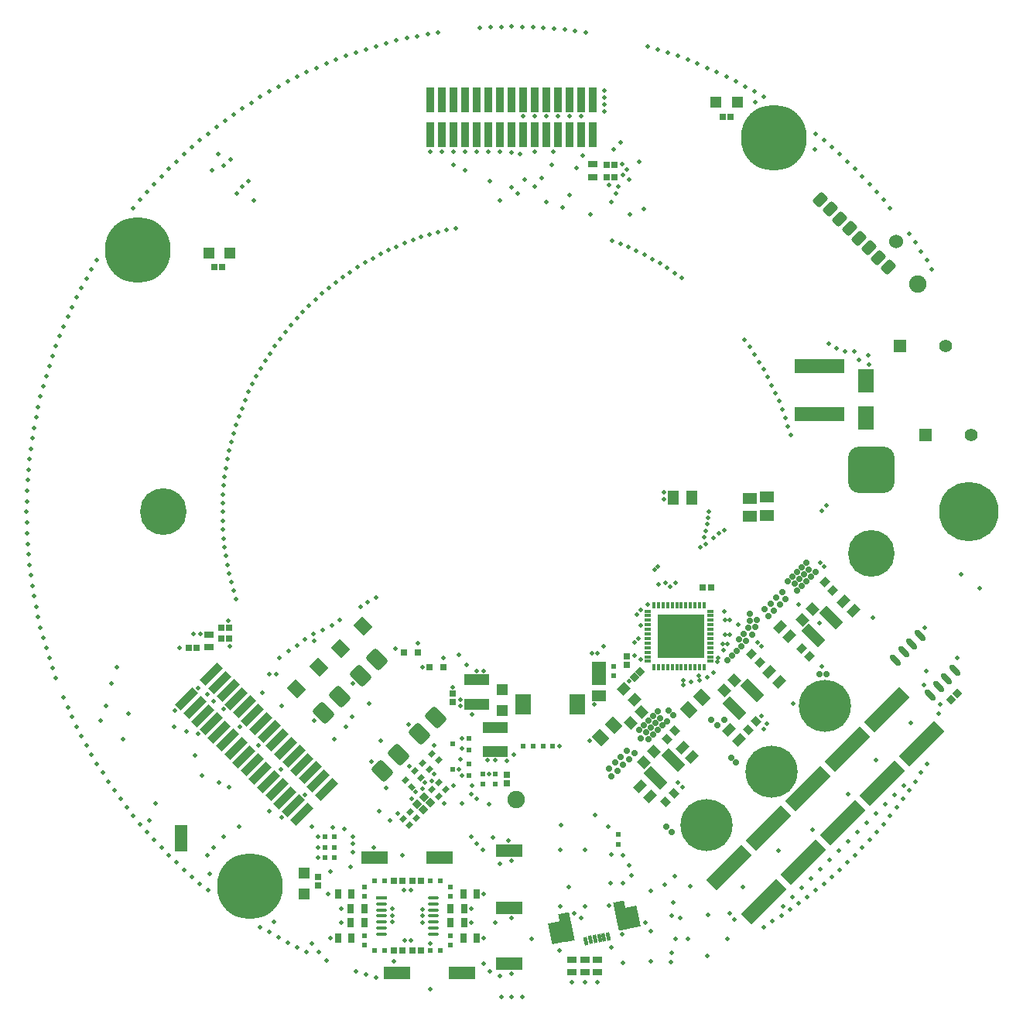
<source format=gts>
G04*
G04 #@! TF.GenerationSoftware,Altium Limited,Altium Designer,24.1.2 (44)*
G04*
G04 Layer_Color=8388736*
%FSLAX44Y44*%
%MOMM*%
G71*
G04*
G04 #@! TF.SameCoordinates,C067CD15-9508-4875-9725-B3D5D2F0FA69*
G04*
G04*
G04 #@! TF.FilePolarity,Negative*
G04*
G01*
G75*
G04:AMPARAMS|DCode=30|XSize=0.9mm|YSize=0.8mm|CornerRadius=0mm|HoleSize=0mm|Usage=FLASHONLY|Rotation=315.000|XOffset=0mm|YOffset=0mm|HoleType=Round|Shape=Rectangle|*
%AMROTATEDRECTD30*
4,1,4,-0.6010,0.0354,-0.0354,0.6010,0.6010,-0.0354,0.0354,-0.6010,-0.6010,0.0354,0.0*
%
%ADD30ROTATEDRECTD30*%

G04:AMPARAMS|DCode=31|XSize=1.25mm|YSize=0.95mm|CornerRadius=0mm|HoleSize=0mm|Usage=FLASHONLY|Rotation=225.000|XOffset=0mm|YOffset=0mm|HoleType=Round|Shape=Rectangle|*
%AMROTATEDRECTD31*
4,1,4,0.1061,0.7778,0.7778,0.1061,-0.1061,-0.7778,-0.7778,-0.1061,0.1061,0.7778,0.0*
%
%ADD31ROTATEDRECTD31*%

G04:AMPARAMS|DCode=32|XSize=0.9mm|YSize=0.8mm|CornerRadius=0mm|HoleSize=0mm|Usage=FLASHONLY|Rotation=45.000|XOffset=0mm|YOffset=0mm|HoleType=Round|Shape=Rectangle|*
%AMROTATEDRECTD32*
4,1,4,-0.0354,-0.6010,-0.6010,-0.0354,0.0354,0.6010,0.6010,0.0354,-0.0354,-0.6010,0.0*
%
%ADD32ROTATEDRECTD32*%

G04:AMPARAMS|DCode=33|XSize=1.55mm|YSize=0.6mm|CornerRadius=0mm|HoleSize=0mm|Usage=FLASHONLY|Rotation=135.000|XOffset=0mm|YOffset=0mm|HoleType=Round|Shape=Round|*
%AMOVALD33*
21,1,0.9500,0.6000,0.0000,0.0000,135.0*
1,1,0.6000,0.3359,-0.3359*
1,1,0.6000,-0.3359,0.3359*
%
%ADD33OVALD33*%

%ADD39R,1.4000X3.0000*%
%ADD46R,0.8000X0.8000*%
%ADD47R,0.9800X0.7700*%
G04:AMPARAMS|DCode=51|XSize=2.6mm|YSize=1.1mm|CornerRadius=0mm|HoleSize=0mm|Usage=FLASHONLY|Rotation=135.000|XOffset=0mm|YOffset=0mm|HoleType=Round|Shape=Rectangle|*
%AMROTATEDRECTD51*
4,1,4,1.3082,-0.5303,0.5303,-1.3082,-1.3082,0.5303,-0.5303,1.3082,1.3082,-0.5303,0.0*
%
%ADD51ROTATEDRECTD51*%

%ADD56R,1.2500X0.3500*%
%ADD57O,1.2500X0.3500*%
%ADD69R,3.0000X1.4000*%
G04:AMPARAMS|DCode=70|XSize=0.4mm|YSize=0.9mm|CornerRadius=0mm|HoleSize=0mm|Usage=FLASHONLY|Rotation=191.500|XOffset=0mm|YOffset=0mm|HoleType=Round|Shape=Rectangle|*
%AMROTATEDRECTD70*
4,1,4,0.1063,0.4808,0.2857,-0.4011,-0.1063,-0.4808,-0.2857,0.4011,0.1063,0.4808,0.0*
%
%ADD70ROTATEDRECTD70*%

G04:AMPARAMS|DCode=71|XSize=1.2mm|YSize=3.15mm|CornerRadius=0mm|HoleSize=0mm|Usage=FLASHONLY|Rotation=191.500|XOffset=0mm|YOffset=0mm|HoleType=Round|Shape=Rectangle|*
%AMROTATEDRECTD71*
4,1,4,0.2740,1.6630,0.9020,-1.4238,-0.2740,-1.6630,-0.9020,1.4238,0.2740,1.6630,0.0*
%
%ADD71ROTATEDRECTD71*%

%ADD72R,0.6000X0.5750*%
G04:AMPARAMS|DCode=73|XSize=1.6mm|YSize=1.35mm|CornerRadius=0mm|HoleSize=0mm|Usage=FLASHONLY|Rotation=135.000|XOffset=0mm|YOffset=0mm|HoleType=Round|Shape=Rectangle|*
%AMROTATEDRECTD73*
4,1,4,1.0430,-0.0884,0.0884,-1.0430,-1.0430,0.0884,-0.0884,1.0430,1.0430,-0.0884,0.0*
%
%ADD73ROTATEDRECTD73*%

%ADD74R,5.5000X1.6000*%
%ADD75R,5.1150X4.7400*%
%ADD76R,0.7400X0.3800*%
%ADD77R,0.3800X0.7400*%
%ADD78R,0.6000X0.6000*%
%ADD79R,1.8000X2.6000*%
%ADD80R,1.2500X1.2500*%
%ADD81R,0.7500X1.0000*%
%ADD82R,1.6000X2.5000*%
%ADD83R,1.6000X1.1500*%
G04:AMPARAMS|DCode=84|XSize=2.1mm|YSize=1.6mm|CornerRadius=0.3125mm|HoleSize=0mm|Usage=FLASHONLY|Rotation=135.000|XOffset=0mm|YOffset=0mm|HoleType=Round|Shape=RoundedRectangle|*
%AMROUNDEDRECTD84*
21,1,2.1000,0.9750,0,0,135.0*
21,1,1.4750,1.6000,0,0,135.0*
1,1,0.6250,-0.1768,0.8662*
1,1,0.6250,0.8662,-0.1768*
1,1,0.6250,0.1768,-0.8662*
1,1,0.6250,-0.8662,0.1768*
%
%ADD84ROUNDEDRECTD84*%
%ADD85R,1.7000X2.3000*%
G04:AMPARAMS|DCode=86|XSize=0.9mm|YSize=2.72mm|CornerRadius=0mm|HoleSize=0mm|Usage=FLASHONLY|Rotation=315.000|XOffset=0mm|YOffset=0mm|HoleType=Round|Shape=Rectangle|*
%AMROTATEDRECTD86*
4,1,4,-1.2799,-0.6435,0.6435,1.2799,1.2799,0.6435,-0.6435,-1.2799,-1.2799,-0.6435,0.0*
%
%ADD86ROTATEDRECTD86*%

%ADD87R,2.7000X1.2000*%
%ADD88R,1.2500X1.5500*%
G04:AMPARAMS|DCode=89|XSize=1mm|YSize=1.1mm|CornerRadius=0mm|HoleSize=0mm|Usage=FLASHONLY|Rotation=135.000|XOffset=0mm|YOffset=0mm|HoleType=Round|Shape=Rectangle|*
%AMROTATEDRECTD89*
4,1,4,0.7425,0.0354,-0.0354,-0.7425,-0.7425,-0.0354,0.0354,0.7425,0.7425,0.0354,0.0*
%
%ADD89ROTATEDRECTD89*%

G04:AMPARAMS|DCode=90|XSize=1.1mm|YSize=1.05mm|CornerRadius=0mm|HoleSize=0mm|Usage=FLASHONLY|Rotation=135.000|XOffset=0mm|YOffset=0mm|HoleType=Round|Shape=Rectangle|*
%AMROTATEDRECTD90*
4,1,4,0.7601,-0.0177,0.0177,-0.7601,-0.7601,0.0177,-0.0177,0.7601,0.7601,-0.0177,0.0*
%
%ADD90ROTATEDRECTD90*%

%ADD91R,0.7200X0.7200*%
%ADD92R,1.5500X1.2500*%
G04:AMPARAMS|DCode=93|XSize=5.5mm|YSize=1.6mm|CornerRadius=0mm|HoleSize=0mm|Usage=FLASHONLY|Rotation=45.000|XOffset=0mm|YOffset=0mm|HoleType=Round|Shape=Rectangle|*
%AMROTATEDRECTD93*
4,1,4,-1.3789,-2.5102,-2.5102,-1.3789,1.3789,2.5102,2.5102,1.3789,-1.3789,-2.5102,0.0*
%
%ADD93ROTATEDRECTD93*%

G04:AMPARAMS|DCode=94|XSize=1.55mm|YSize=1.25mm|CornerRadius=0mm|HoleSize=0mm|Usage=FLASHONLY|Rotation=315.000|XOffset=0mm|YOffset=0mm|HoleType=Round|Shape=Rectangle|*
%AMROTATEDRECTD94*
4,1,4,-0.9900,0.1061,-0.1061,0.9900,0.9900,-0.1061,0.1061,-0.9900,-0.9900,0.1061,0.0*
%
%ADD94ROTATEDRECTD94*%

%ADD95P,1.0182X4X180.0*%
%ADD96R,0.7200X0.7200*%
%ADD97P,1.0182X4X270.0*%
%ADD98R,0.9000X2.7200*%
%ADD99R,0.5750X0.6000*%
%ADD100R,1.2500X1.2500*%
G04:AMPARAMS|DCode=101|XSize=0.6mm|YSize=0.575mm|CornerRadius=0mm|HoleSize=0mm|Usage=FLASHONLY|Rotation=45.000|XOffset=0mm|YOffset=0mm|HoleType=Round|Shape=Rectangle|*
%AMROTATEDRECTD101*
4,1,4,-0.0088,-0.4154,-0.4154,-0.0088,0.0088,0.4154,0.4154,0.0088,-0.0088,-0.4154,0.0*
%
%ADD101ROTATEDRECTD101*%

G04:AMPARAMS|DCode=102|XSize=0.6mm|YSize=0.575mm|CornerRadius=0mm|HoleSize=0mm|Usage=FLASHONLY|Rotation=315.000|XOffset=0mm|YOffset=0mm|HoleType=Round|Shape=Rectangle|*
%AMROTATEDRECTD102*
4,1,4,-0.4154,0.0088,-0.0088,0.4154,0.4154,-0.0088,0.0088,-0.4154,-0.4154,0.0088,0.0*
%
%ADD102ROTATEDRECTD102*%

G04:AMPARAMS|DCode=103|XSize=1.4mm|YSize=2.3mm|CornerRadius=0mm|HoleSize=0mm|Usage=FLASHONLY|Rotation=191.500|XOffset=0mm|YOffset=0mm|HoleType=Round|Shape=Rectangle|*
%AMROTATEDRECTD103*
4,1,4,0.4567,1.2665,0.9152,-0.9874,-0.4567,-1.2665,-0.9152,0.9874,0.4567,1.2665,0.0*
%
%ADD103ROTATEDRECTD103*%

G04:AMPARAMS|DCode=104|XSize=1.4mm|YSize=2.3mm|CornerRadius=0mm|HoleSize=0mm|Usage=FLASHONLY|Rotation=191.500|XOffset=0mm|YOffset=0mm|HoleType=Round|Shape=Rectangle|*
%AMROTATEDRECTD104*
4,1,4,0.4567,1.2665,0.9152,-0.9874,-0.4567,-1.2665,-0.9152,0.9874,0.4567,1.2665,0.0*
%
%ADD104ROTATEDRECTD104*%

%ADD105C,5.1016*%
G04:AMPARAMS|DCode=106|XSize=5.1016mm|YSize=5.1016mm|CornerRadius=1.3008mm|HoleSize=0mm|Usage=FLASHONLY|Rotation=0.000|XOffset=0mm|YOffset=0mm|HoleType=Round|Shape=RoundedRectangle|*
%AMROUNDEDRECTD106*
21,1,5.1016,2.5000,0,0,0.0*
21,1,2.5000,5.1016,0,0,0.0*
1,1,2.6016,1.2500,-1.2500*
1,1,2.6016,-1.2500,-1.2500*
1,1,2.6016,-1.2500,1.2500*
1,1,2.6016,1.2500,1.2500*
%
%ADD106ROUNDEDRECTD106*%
%ADD107C,1.4000*%
%ADD108R,1.4000X1.4000*%
%ADD109C,6.5000*%
%ADD110C,7.2000*%
%ADD111C,5.7016*%
%ADD112C,1.5240*%
%ADD113C,1.9050*%
G04:AMPARAMS|DCode=114|XSize=1.143mm|YSize=1.524mm|CornerRadius=0.2858mm|HoleSize=0mm|Usage=FLASHONLY|Rotation=135.000|XOffset=0mm|YOffset=0mm|HoleType=Round|Shape=RoundedRectangle|*
%AMROUNDEDRECTD114*
21,1,1.1430,0.9525,0,0,135.0*
21,1,0.5715,1.5240,0,0,135.0*
1,1,0.5715,0.1347,0.5388*
1,1,0.5715,0.5388,0.1347*
1,1,0.5715,-0.1347,-0.5388*
1,1,0.5715,-0.5388,-0.1347*
%
%ADD114ROUNDEDRECTD114*%
%ADD115C,0.5080*%
%ADD116C,0.7112*%
D30*
X168301Y-316839D02*
D03*
X177139Y-308001D02*
D03*
X178409Y-239421D02*
D03*
X169571Y-248259D02*
D03*
X258471Y-238099D02*
D03*
X267309Y-229261D02*
D03*
D31*
X140170Y-300190D02*
D03*
X151130Y-311150D02*
D03*
X237490Y-238760D02*
D03*
X248450Y-249720D02*
D03*
X292970Y-125330D02*
D03*
X303930Y-136290D02*
D03*
X197250Y-268370D02*
D03*
X186290Y-257410D02*
D03*
X292500Y-185820D02*
D03*
X281540Y-174860D02*
D03*
X373780Y-108350D02*
D03*
X362820Y-97390D02*
D03*
D32*
X271119Y-164439D02*
D03*
X262281Y-155601D02*
D03*
X316891Y-149251D02*
D03*
X325729Y-158089D02*
D03*
X351129Y-85699D02*
D03*
X342291Y-76861D02*
D03*
D33*
X484682Y-173262D02*
D03*
X475702Y-182242D02*
D03*
X466722Y-191222D02*
D03*
X457742Y-200202D02*
D03*
X419558Y-162019D02*
D03*
X428538Y-153038D02*
D03*
X437518Y-144058D02*
D03*
X446498Y-135078D02*
D03*
D39*
X-361950Y-356870D02*
D03*
D46*
X-102990Y-153670D02*
D03*
X-117990D02*
D03*
X-75050Y-170180D02*
D03*
X-90050D02*
D03*
D47*
X-331470Y-133820D02*
D03*
Y-148120D02*
D03*
X93980Y-503720D02*
D03*
Y-489420D02*
D03*
X80010Y-503720D02*
D03*
Y-489420D02*
D03*
X66040Y-503720D02*
D03*
Y-489420D02*
D03*
X88900Y366230D02*
D03*
Y380530D02*
D03*
D51*
X157480Y-290830D02*
D03*
X176572Y-271738D02*
D03*
X330158Y-134662D02*
D03*
X349250Y-115570D02*
D03*
X243840Y-214630D02*
D03*
X262932Y-195538D02*
D03*
D56*
X-142550Y-422460D02*
D03*
D57*
Y-428960D02*
D03*
Y-435460D02*
D03*
Y-441960D02*
D03*
Y-448460D02*
D03*
Y-454960D02*
D03*
Y-461460D02*
D03*
X-86050Y-422460D02*
D03*
Y-428960D02*
D03*
Y-435460D02*
D03*
Y-441960D02*
D03*
Y-448460D02*
D03*
Y-454960D02*
D03*
Y-461460D02*
D03*
D69*
X-2540Y-494030D02*
D03*
Y-433070D02*
D03*
Y-370840D02*
D03*
X-125730Y-504190D02*
D03*
X-149860Y-378460D02*
D03*
X-54610Y-504190D02*
D03*
X-78740Y-378460D02*
D03*
D70*
X81110Y-469124D02*
D03*
X86010Y-468127D02*
D03*
X90909Y-467130D02*
D03*
X95809Y-466133D02*
D03*
X100708Y-465137D02*
D03*
X105608Y-464140D02*
D03*
D71*
X59633Y-453849D02*
D03*
X119409Y-441688D02*
D03*
D72*
X-67310Y-410165D02*
D03*
Y-420415D02*
D03*
X116840Y-353015D02*
D03*
Y-363265D02*
D03*
X111760Y-168865D02*
D03*
Y-179115D02*
D03*
X-161290Y-463505D02*
D03*
Y-473755D02*
D03*
Y-420415D02*
D03*
Y-410165D02*
D03*
X-67310Y-463505D02*
D03*
Y-473755D02*
D03*
X-31750Y-297225D02*
D03*
Y-286975D02*
D03*
X-17780D02*
D03*
Y-297225D02*
D03*
D73*
X-187458Y-149358D02*
D03*
X-163062Y-124962D02*
D03*
X-211322Y-169412D02*
D03*
X-235718Y-193808D02*
D03*
D74*
X336550Y106850D02*
D03*
Y159850D02*
D03*
D75*
X184760Y-135890D02*
D03*
D76*
X148880Y-163390D02*
D03*
Y-158390D02*
D03*
Y-153390D02*
D03*
Y-148390D02*
D03*
Y-143390D02*
D03*
Y-138390D02*
D03*
Y-133390D02*
D03*
Y-128390D02*
D03*
Y-123390D02*
D03*
Y-118390D02*
D03*
Y-113390D02*
D03*
Y-108390D02*
D03*
X216880D02*
D03*
Y-113390D02*
D03*
X216880Y-118390D02*
D03*
Y-123390D02*
D03*
Y-128390D02*
D03*
Y-133390D02*
D03*
Y-138390D02*
D03*
X216880Y-143390D02*
D03*
Y-148390D02*
D03*
X216880Y-153390D02*
D03*
Y-158390D02*
D03*
Y-163390D02*
D03*
D77*
X155380Y-101890D02*
D03*
X160380D02*
D03*
X165380D02*
D03*
X170380D02*
D03*
X175380D02*
D03*
X180380D02*
D03*
X185380D02*
D03*
X190380D02*
D03*
X195380D02*
D03*
X200380D02*
D03*
X205380D02*
D03*
X210380D02*
D03*
Y-169890D02*
D03*
X205380D02*
D03*
X200380D02*
D03*
X195380Y-169890D02*
D03*
X190380D02*
D03*
X185380Y-169890D02*
D03*
X180380D02*
D03*
X175380D02*
D03*
X170380D02*
D03*
X165380D02*
D03*
X160380Y-169890D02*
D03*
X155380D02*
D03*
D78*
X-64380Y-254000D02*
D03*
X-47380Y-247500D02*
D03*
Y-260500D02*
D03*
X-64380Y-281940D02*
D03*
X-47380Y-275440D02*
D03*
Y-288440D02*
D03*
D79*
X387350Y143190D02*
D03*
Y103190D02*
D03*
D80*
X223200Y448310D02*
D03*
X246700D02*
D03*
X-308290Y283210D02*
D03*
X-331790D02*
D03*
D81*
X-66940Y-434340D02*
D03*
X-52440D02*
D03*
X-175630Y-466090D02*
D03*
X-190130D02*
D03*
X-161660Y-449580D02*
D03*
X-176160D02*
D03*
X-175630Y-417830D02*
D03*
X-190130D02*
D03*
X-161660Y-434340D02*
D03*
X-176160D02*
D03*
X-52970Y-466090D02*
D03*
X-38470D02*
D03*
X-66940Y-449580D02*
D03*
X-52440D02*
D03*
X-52970Y-417830D02*
D03*
X-38470D02*
D03*
D82*
X95250Y-176920D02*
D03*
D83*
Y-200670D02*
D03*
D84*
X-147512Y-160918D02*
D03*
X-165472Y-178878D02*
D03*
X-101408Y-242942D02*
D03*
X-83448Y-224982D02*
D03*
X-188152Y-201558D02*
D03*
X-206112Y-219518D02*
D03*
X-142048Y-283582D02*
D03*
X-124088Y-265622D02*
D03*
D85*
X71910Y-210820D02*
D03*
X11910D02*
D03*
D86*
X-202820Y-303144D02*
D03*
X-211801Y-294164D02*
D03*
X-220781Y-285183D02*
D03*
X-229761Y-276203D02*
D03*
X-238741Y-267223D02*
D03*
X-283643Y-222322D02*
D03*
X-274662Y-231302D02*
D03*
X-265682Y-240282D02*
D03*
X-256702Y-249262D02*
D03*
X-247722Y-258243D02*
D03*
X-292623Y-213341D02*
D03*
X-301603Y-204361D02*
D03*
X-310583Y-195381D02*
D03*
X-319564Y-186401D02*
D03*
X-328544Y-177420D02*
D03*
X-230256Y-330580D02*
D03*
X-239236Y-321599D02*
D03*
X-248217Y-312619D02*
D03*
X-257197Y-303639D02*
D03*
X-266177Y-294659D02*
D03*
X-311078Y-249757D02*
D03*
X-302098Y-258738D02*
D03*
X-293118Y-267718D02*
D03*
X-284138Y-276698D02*
D03*
X-275157Y-285678D02*
D03*
X-320059Y-240777D02*
D03*
X-329039Y-231797D02*
D03*
X-338019Y-222817D02*
D03*
X-346999Y-213836D02*
D03*
X-355980Y-204856D02*
D03*
D87*
X-17780Y-235420D02*
D03*
Y-262420D02*
D03*
X-38100Y-210350D02*
D03*
Y-183350D02*
D03*
D88*
X196690Y15240D02*
D03*
X176690D02*
D03*
D89*
X122613Y-193733D02*
D03*
X133927Y-205047D02*
D03*
D90*
X144203Y-273627D02*
D03*
X155517Y-262313D02*
D03*
X141547Y-219133D02*
D03*
X130233Y-230447D02*
D03*
X317616Y-117994D02*
D03*
X328930Y-106680D02*
D03*
X232410Y-195580D02*
D03*
X243724Y-184266D02*
D03*
D91*
X230450Y431800D02*
D03*
X239450D02*
D03*
X217860Y-82550D02*
D03*
X208860D02*
D03*
X-128960Y-480060D02*
D03*
X-119960D02*
D03*
X-128960Y-403860D02*
D03*
X-119960D02*
D03*
X-99640Y-480060D02*
D03*
X-108640D02*
D03*
X-99640Y-403860D02*
D03*
X-108640D02*
D03*
X103450Y379730D02*
D03*
X112450D02*
D03*
X103450Y365760D02*
D03*
X112450D02*
D03*
X-344750Y-148590D02*
D03*
X-353750D02*
D03*
X-318190Y-138430D02*
D03*
X-309190D02*
D03*
X-318190Y-127000D02*
D03*
X-309190D02*
D03*
X-316810Y267970D02*
D03*
X-325810D02*
D03*
D92*
X279400Y16350D02*
D03*
Y-3650D02*
D03*
X260350Y15080D02*
D03*
Y-4920D02*
D03*
D93*
X280982Y-345752D02*
D03*
X318458Y-383228D02*
D03*
X237802Y-388932D02*
D03*
X275278Y-426408D02*
D03*
X410522Y-216212D02*
D03*
X447998Y-253688D02*
D03*
X367342Y-259392D02*
D03*
X404818Y-296868D02*
D03*
X324162Y-302572D02*
D03*
X361638Y-340048D02*
D03*
D94*
X111211Y-232959D02*
D03*
X97069Y-247101D02*
D03*
X193589Y-216621D02*
D03*
X207731Y-202479D02*
D03*
D95*
X480688Y-205112D02*
D03*
X487052Y-198748D02*
D03*
X140342Y-174618D02*
D03*
X133978Y-180982D02*
D03*
D96*
X125730Y-158060D02*
D03*
Y-167060D02*
D03*
X-64770Y-207700D02*
D03*
Y-198700D02*
D03*
X-5080Y-287600D02*
D03*
Y-296600D02*
D03*
X-212090Y-399360D02*
D03*
Y-408360D02*
D03*
D97*
X-103512Y-319398D02*
D03*
X-97148Y-325762D02*
D03*
X-95892Y-311778D02*
D03*
X-89528Y-318142D02*
D03*
D98*
X-88900Y412400D02*
D03*
X-76200D02*
D03*
X-63500D02*
D03*
X-50800D02*
D03*
X-38100D02*
D03*
X25400D02*
D03*
X12700D02*
D03*
X0D02*
D03*
X-12700D02*
D03*
X-25400D02*
D03*
X38100D02*
D03*
X50800D02*
D03*
X63500D02*
D03*
X76200D02*
D03*
X88900D02*
D03*
X-88900Y451200D02*
D03*
X-76200D02*
D03*
X-63500D02*
D03*
X-50800D02*
D03*
X-38100D02*
D03*
X25400D02*
D03*
X12700D02*
D03*
X0D02*
D03*
X-12700D02*
D03*
X-25400D02*
D03*
X38100D02*
D03*
X50800D02*
D03*
X63500D02*
D03*
X76200D02*
D03*
X88900D02*
D03*
D99*
X-194265Y-378460D02*
D03*
X-204515D02*
D03*
X-194265Y-367030D02*
D03*
X-204515D02*
D03*
Y-355600D02*
D03*
X-194265D02*
D03*
X22905Y-256540D02*
D03*
X12655D02*
D03*
X44495D02*
D03*
X34245D02*
D03*
X-139655Y-480060D02*
D03*
X-149905D02*
D03*
X-139655Y-403860D02*
D03*
X-149905D02*
D03*
X-88945Y-480060D02*
D03*
X-78695D02*
D03*
X-88945Y-403860D02*
D03*
X-78695D02*
D03*
D100*
X-10160Y-193990D02*
D03*
Y-217490D02*
D03*
X-227330Y-394650D02*
D03*
Y-418150D02*
D03*
D101*
X-116654Y-293556D02*
D03*
X-97604Y-274506D02*
D03*
X-90356Y-281754D02*
D03*
X-87444Y-264346D02*
D03*
X-80196Y-271594D02*
D03*
X-106494Y-283396D02*
D03*
X-99246Y-290644D02*
D03*
X-111946Y-342714D02*
D03*
X-119194Y-335466D02*
D03*
X-72576Y-303344D02*
D03*
X-79824Y-296096D02*
D03*
X-111574Y-327846D02*
D03*
X-104326Y-335094D02*
D03*
X-87444Y-303716D02*
D03*
X-80196Y-310964D02*
D03*
D102*
X-109406Y-300804D02*
D03*
D103*
X132015Y-443461D02*
D03*
D104*
X48723Y-460420D02*
D03*
D105*
X393700Y-45720D02*
D03*
X-381000Y0D02*
D03*
D106*
X393700Y45720D02*
D03*
D107*
X502520Y83820D02*
D03*
X474580Y181610D02*
D03*
D108*
X452520Y83820D02*
D03*
X424580Y181610D02*
D03*
D109*
X500000Y0D02*
D03*
D110*
X-409600Y286800D02*
D03*
X286800Y409600D02*
D03*
X-286800Y-409600D02*
D03*
D111*
X284480Y-284480D02*
D03*
X213360Y-342900D02*
D03*
X342900Y-212090D02*
D03*
D112*
X420370Y295910D02*
D03*
D113*
X444500Y248920D02*
D03*
X5080Y-314960D02*
D03*
D114*
X369347Y310103D02*
D03*
X358740Y320710D02*
D03*
X348134Y331316D02*
D03*
X379953Y299497D02*
D03*
X390560Y288890D02*
D03*
X337527Y341923D02*
D03*
X401166Y278284D02*
D03*
X411773Y267677D02*
D03*
D115*
X212396Y-34875D02*
D03*
X206516Y-38876D02*
D03*
X232574Y-19812D02*
D03*
X226234Y-23034D02*
D03*
X220519Y-28749D02*
D03*
X266700Y448310D02*
D03*
X331470Y396240D02*
D03*
X-260350Y-448310D02*
D03*
X-330200Y-396240D02*
D03*
X307390Y-209295D02*
D03*
X101600Y461010D02*
D03*
X52070Y-480060D02*
D03*
X76200Y-444500D02*
D03*
X80010Y-369570D02*
D03*
Y-431800D02*
D03*
X453390Y-173990D02*
D03*
X467360Y-220980D02*
D03*
X450850Y-189230D02*
D03*
X453839Y-275396D02*
D03*
X447723Y-285231D02*
D03*
X428109Y-313903D02*
D03*
X419100Y-309880D02*
D03*
X421160Y-323167D02*
D03*
X408940Y-320040D02*
D03*
X388620Y-340360D02*
D03*
X378460Y-350520D02*
D03*
X327660Y-401320D02*
D03*
X294930Y-441394D02*
D03*
X285231Y-447723D02*
D03*
X213802Y-485902D02*
D03*
X0Y-381647D02*
D03*
X62230Y-410464D02*
D03*
X-12700Y-384810D02*
D03*
X186690Y-300990D02*
D03*
X181610Y-295910D02*
D03*
X275590Y-237490D02*
D03*
X278782Y-231336D02*
D03*
X339090Y-168910D02*
D03*
X394970Y-115570D02*
D03*
X389890Y171450D02*
D03*
X391160Y161290D02*
D03*
X379730Y166370D02*
D03*
X374650Y175260D02*
D03*
X364490D02*
D03*
X355600Y179070D02*
D03*
X346710Y184150D02*
D03*
X344422Y7368D02*
D03*
X338707Y1653D02*
D03*
X511810Y-83820D02*
D03*
X491490Y-68580D02*
D03*
X487680Y-160020D02*
D03*
X452120Y-127000D02*
D03*
X468359Y-210820D02*
D03*
X-307340Y385318D02*
D03*
X-63500Y379730D02*
D03*
X-314960Y379222D02*
D03*
X-321310Y391160D02*
D03*
X-443738Y-212090D02*
D03*
X-251460D02*
D03*
X-50800Y373380D02*
D03*
X-327660D02*
D03*
X-50800Y393700D02*
D03*
X-63500D02*
D03*
X-76200D02*
D03*
X-88900D02*
D03*
X101600Y438150D02*
D03*
Y445770D02*
D03*
Y453390D02*
D03*
X57793Y527705D02*
D03*
X160020Y-59690D02*
D03*
X156210Y-63500D02*
D03*
X166370Y13970D02*
D03*
Y21590D02*
D03*
X160822Y-78925D02*
D03*
X167737Y-77263D02*
D03*
X173325Y-81662D02*
D03*
X179070Y-77470D02*
D03*
X141173Y-106734D02*
D03*
X136633Y-112292D02*
D03*
X-58081Y-155847D02*
D03*
X-57822Y-281773D02*
D03*
X268609Y-142528D02*
D03*
X341688Y-59290D02*
D03*
X-55880Y-205740D02*
D03*
X127868Y-185092D02*
D03*
X447723Y285231D02*
D03*
X86360Y325882D02*
D03*
X55880Y333502D02*
D03*
X163830Y-125730D02*
D03*
Y-116840D02*
D03*
X297180Y-431800D02*
D03*
X429260Y-299720D02*
D03*
X398780Y-330200D02*
D03*
X368300Y-360680D02*
D03*
X358140Y-370840D02*
D03*
X347980Y-381000D02*
D03*
X337820Y-391160D02*
D03*
X317500Y-411480D02*
D03*
X307340Y-421640D02*
D03*
X-254385Y-159509D02*
D03*
X-243840Y-152400D02*
D03*
X-234950Y-146050D02*
D03*
X-226060Y-139700D02*
D03*
X-148590Y-93980D02*
D03*
X-157480Y-99060D02*
D03*
X-165100Y-104140D02*
D03*
X-187960Y-118110D02*
D03*
X-196850Y-124460D02*
D03*
X-207010Y-129540D02*
D03*
X-217170Y-133350D02*
D03*
X-301836Y-95169D02*
D03*
X-304602Y-85907D02*
D03*
X-307083Y-76564D02*
D03*
X-309278Y-67151D02*
D03*
X-311184Y-57675D02*
D03*
X-312801Y-48145D02*
D03*
X-314125Y-38570D02*
D03*
X-315156Y-28959D02*
D03*
X-315894Y-19321D02*
D03*
X-316336Y-9665D02*
D03*
X304974Y84577D02*
D03*
X302248Y93851D02*
D03*
X299242Y103037D02*
D03*
X295955Y112127D02*
D03*
X292393Y121113D02*
D03*
X288558Y129986D02*
D03*
X284454Y138737D02*
D03*
X280084Y147360D02*
D03*
X275454Y155844D02*
D03*
X270566Y164183D02*
D03*
X265426Y172369D02*
D03*
X260038Y180395D02*
D03*
X254408Y188252D02*
D03*
X186025Y256041D02*
D03*
X178119Y261602D02*
D03*
X170047Y266920D02*
D03*
X161816Y271988D02*
D03*
X153434Y276803D02*
D03*
X144910Y281360D02*
D03*
X136250Y285654D02*
D03*
X127463Y289681D02*
D03*
X118557Y293439D02*
D03*
X109541Y296922D02*
D03*
X-61743Y310403D02*
D03*
X-71193Y308372D02*
D03*
X-80577Y306055D02*
D03*
X-89886Y303451D02*
D03*
X-99111Y300565D02*
D03*
X-108244Y297398D02*
D03*
X-117275Y293953D02*
D03*
X-126198Y290235D02*
D03*
X-135002Y286246D02*
D03*
X-143681Y281989D02*
D03*
X-152225Y277470D02*
D03*
X-160628Y272692D02*
D03*
X-168881Y267659D02*
D03*
X-176976Y262377D02*
D03*
X-184906Y256850D02*
D03*
X-192663Y251084D02*
D03*
X-200241Y245083D02*
D03*
X-207632Y238853D02*
D03*
X-214830Y232401D02*
D03*
X-221827Y225732D02*
D03*
X-228617Y218853D02*
D03*
X-235194Y211769D02*
D03*
X-241551Y204488D02*
D03*
X-247683Y197016D02*
D03*
X-253584Y189360D02*
D03*
X-259249Y181528D02*
D03*
X-264671Y173526D02*
D03*
X-269847Y165362D02*
D03*
X-274771Y157045D02*
D03*
X-279439Y148580D02*
D03*
X-283846Y139977D02*
D03*
X-287988Y131244D02*
D03*
X-291862Y122388D02*
D03*
X-295463Y113418D02*
D03*
X-298789Y104342D02*
D03*
X-301836Y95169D02*
D03*
X-304602Y85907D02*
D03*
X-307083Y76564D02*
D03*
X-309278Y67151D02*
D03*
X-311184Y57675D02*
D03*
X-312801Y48145D02*
D03*
X-314125Y38570D02*
D03*
X-315156Y28959D02*
D03*
X-315894Y19321D02*
D03*
X-316336Y9665D02*
D03*
X-316484Y0D02*
D03*
X235571Y-466565D02*
D03*
X-530733Y11581D02*
D03*
X-530355Y23156D02*
D03*
X-529723Y34720D02*
D03*
X-528840Y46267D02*
D03*
X-527705Y57793D02*
D03*
X-526318Y69291D02*
D03*
X-524681Y80756D02*
D03*
X-522795Y92183D02*
D03*
X-520659Y103566D02*
D03*
X-518276Y114899D02*
D03*
X-515647Y126178D02*
D03*
X-512771Y137397D02*
D03*
X-509652Y148550D02*
D03*
X-506290Y159633D02*
D03*
X-502687Y170639D02*
D03*
X-498845Y181565D02*
D03*
X-494766Y192404D02*
D03*
X-490451Y203151D02*
D03*
X-485902Y213802D02*
D03*
X-481122Y224351D02*
D03*
X-476114Y234793D02*
D03*
X-470878Y245124D02*
D03*
X-465419Y255338D02*
D03*
X-459738Y265430D02*
D03*
X-453838Y275396D02*
D03*
X-414009Y332278D02*
D03*
X-406662Y341230D02*
D03*
X-399122Y350020D02*
D03*
X-391391Y358644D02*
D03*
X-383474Y367096D02*
D03*
X-375374Y375375D02*
D03*
X-367096Y383474D02*
D03*
X-358644Y391391D02*
D03*
X-350020Y399122D02*
D03*
X-341230Y406662D02*
D03*
X-332278Y414009D02*
D03*
X-323167Y421160D02*
D03*
X-313902Y428109D02*
D03*
X-304489Y434855D02*
D03*
X-294930Y441394D02*
D03*
X-285231Y447723D02*
D03*
X-275396Y453838D02*
D03*
X-265430Y459738D02*
D03*
X-255338Y465419D02*
D03*
X-245124Y470878D02*
D03*
X-234793Y476114D02*
D03*
X-224351Y481122D02*
D03*
X-213802Y485902D02*
D03*
X-203151Y490451D02*
D03*
X-192404Y494766D02*
D03*
X-181565Y498845D02*
D03*
X-170639Y502687D02*
D03*
X-159633Y506290D02*
D03*
X-148550Y509652D02*
D03*
X-137397Y512771D02*
D03*
X-126178Y515647D02*
D03*
X-114899Y518276D02*
D03*
X-103566Y520659D02*
D03*
X-92183Y522795D02*
D03*
X-80756Y524681D02*
D03*
X-34720Y529723D02*
D03*
X-23156Y530355D02*
D03*
X-11581Y530733D02*
D03*
X0Y530860D02*
D03*
X11581Y530733D02*
D03*
X23156Y530355D02*
D03*
X34720Y529723D02*
D03*
X46268Y528840D02*
D03*
X69291Y526318D02*
D03*
X80756Y524681D02*
D03*
X148550Y509652D02*
D03*
X159633Y506290D02*
D03*
X170639Y502687D02*
D03*
X181565Y498845D02*
D03*
X192404Y494766D02*
D03*
X203151Y490451D02*
D03*
X213802Y485902D02*
D03*
X224351Y481122D02*
D03*
X234793Y476114D02*
D03*
X245124Y470878D02*
D03*
X255338Y465419D02*
D03*
X265430Y459738D02*
D03*
X275396Y453838D02*
D03*
X332278Y414009D02*
D03*
X341230Y406662D02*
D03*
X350020Y399122D02*
D03*
X358644Y391391D02*
D03*
X367097Y383474D02*
D03*
X375375Y375375D02*
D03*
X383474Y367096D02*
D03*
X391391Y358644D02*
D03*
X399122Y350020D02*
D03*
X406662Y341230D02*
D03*
X414010Y332278D02*
D03*
X434855Y304489D02*
D03*
X441394Y294930D02*
D03*
X453839Y275396D02*
D03*
X459738Y265430D02*
D03*
X441394Y-294930D02*
D03*
X434855Y-304489D02*
D03*
X414010Y-332278D02*
D03*
X406662Y-341230D02*
D03*
X399122Y-350020D02*
D03*
X391391Y-358644D02*
D03*
X383474Y-367097D02*
D03*
X375375Y-375375D02*
D03*
X367097Y-383474D02*
D03*
X358644Y-391391D02*
D03*
X350020Y-399122D02*
D03*
X341230Y-406662D02*
D03*
X332278Y-414010D02*
D03*
X323167Y-421160D02*
D03*
X313903Y-428109D02*
D03*
X304489Y-434855D02*
D03*
X275396Y-453839D02*
D03*
X11581Y-530734D02*
D03*
X0Y-530860D02*
D03*
X-11581Y-530734D02*
D03*
X-148550Y-509652D02*
D03*
X-159633Y-506290D02*
D03*
X-170639Y-502687D02*
D03*
X-203151Y-490451D02*
D03*
X-224351Y-481123D02*
D03*
X-234793Y-476114D02*
D03*
X-245124Y-470879D02*
D03*
X-255338Y-465419D02*
D03*
X-265430Y-459738D02*
D03*
X-275396Y-453839D02*
D03*
X-332278Y-414010D02*
D03*
X-341230Y-406662D02*
D03*
X-350020Y-399122D02*
D03*
X-358644Y-391391D02*
D03*
X-367097Y-383474D02*
D03*
X-375375Y-375375D02*
D03*
X-383474Y-367097D02*
D03*
X-391391Y-358644D02*
D03*
X-399122Y-350020D02*
D03*
X-406662Y-341230D02*
D03*
X-414010Y-332278D02*
D03*
X-421160Y-323167D02*
D03*
X-428109Y-313903D02*
D03*
X-434855Y-304489D02*
D03*
X-441394Y-294930D02*
D03*
X-447723Y-285231D02*
D03*
X-453839Y-275396D02*
D03*
X-459738Y-265430D02*
D03*
X-465419Y-255338D02*
D03*
X-470879Y-245124D02*
D03*
X-476114Y-234793D02*
D03*
X-481123Y-224351D02*
D03*
X-485902Y-213802D02*
D03*
X-490451Y-203151D02*
D03*
X-498845Y-181565D02*
D03*
X-502687Y-170639D02*
D03*
X-506290Y-159633D02*
D03*
X-509652Y-148550D02*
D03*
X-512771Y-137397D02*
D03*
X-515647Y-126178D02*
D03*
X-518276Y-114899D02*
D03*
X-520660Y-103566D02*
D03*
X-522795Y-92183D02*
D03*
X-524682Y-80756D02*
D03*
X-526318Y-69291D02*
D03*
X-527705Y-57793D02*
D03*
X-528840Y-46267D02*
D03*
X-529723Y-34720D02*
D03*
X-530355Y-23156D02*
D03*
X-530734Y-11581D02*
D03*
X-530860Y0D02*
D03*
X243840Y-445770D02*
D03*
X238760Y-439420D02*
D03*
X106680Y-430530D02*
D03*
X176530Y-427482D02*
D03*
X214630Y-440690D02*
D03*
X398780Y-271780D02*
D03*
X368300Y-308610D02*
D03*
X175260Y-482600D02*
D03*
X-347980Y-133350D02*
D03*
X-340360D02*
D03*
X-309880Y-119380D02*
D03*
X-308610Y-147320D02*
D03*
X-363220Y-148590D02*
D03*
X-368300Y-217170D02*
D03*
X-342900Y-193040D02*
D03*
X-251460Y-334010D02*
D03*
X-226060Y-309880D02*
D03*
X-64770Y-191770D02*
D03*
X-30480Y-173990D02*
D03*
X-38100D02*
D03*
X-26670Y-271780D02*
D03*
X-17780D02*
D03*
X-20955Y-356220D02*
D03*
X2540Y-265430D02*
D03*
X-3810Y-359268D02*
D03*
X-5080Y-272492D02*
D03*
X80010Y-514350D02*
D03*
X121239Y-493344D02*
D03*
X68580Y-439420D02*
D03*
X53340Y-431800D02*
D03*
Y-369570D02*
D03*
X53519Y-342686D02*
D03*
X109220Y-374650D02*
D03*
X90170Y-210820D02*
D03*
X85090Y-250190D02*
D03*
X-24678Y-287020D02*
D03*
X52070Y-256540D02*
D03*
X-265430Y-177800D02*
D03*
X-257810Y-177800D02*
D03*
X-55880Y-212090D02*
D03*
X-49530Y-167640D02*
D03*
X-43235Y-221720D02*
D03*
X-273050Y-198120D02*
D03*
X-276860Y-255270D02*
D03*
X-54610Y-318770D02*
D03*
X-63500Y-299720D02*
D03*
X-89139Y-522230D02*
D03*
X-346710Y-266700D02*
D03*
X195439Y-409398D02*
D03*
X-342900Y-242909D02*
D03*
X-355600Y-240030D02*
D03*
X-369570Y-234950D02*
D03*
X-309372Y-300990D02*
D03*
X-320802Y-295910D02*
D03*
X-339090Y-288290D02*
D03*
X-24130Y-502920D02*
D03*
X-12700Y-507238D02*
D03*
X0Y-505126D02*
D03*
X93980Y-514350D02*
D03*
X66040D02*
D03*
X-97790Y-434848D02*
D03*
Y-441960D02*
D03*
Y-449580D02*
D03*
X-88900Y-472440D02*
D03*
X-210820Y-481330D02*
D03*
X0Y-444120D02*
D03*
X-151130Y-367030D02*
D03*
X-133350Y-337820D02*
D03*
X-144780Y-327660D02*
D03*
X-137160Y-302260D02*
D03*
X-143510Y-250190D02*
D03*
X-297180Y-234950D02*
D03*
X-119380Y-375920D02*
D03*
X-109220Y-313690D02*
D03*
X-85090Y-287020D02*
D03*
X-252730Y-281940D02*
D03*
X-332740Y-375920D02*
D03*
X-326390Y-367030D02*
D03*
X-332740Y-199390D02*
D03*
X-314960Y-355600D02*
D03*
X-326390Y-207010D02*
D03*
X-314960Y-215900D02*
D03*
X-195580Y-345440D02*
D03*
X-212090Y-355600D02*
D03*
Y-367030D02*
D03*
Y-378460D02*
D03*
X-116840Y-468630D02*
D03*
X-198120Y-466090D02*
D03*
X-218440Y-472440D02*
D03*
Y-344170D02*
D03*
X-182880Y-346710D02*
D03*
X-174244Y-355600D02*
D03*
X-298450Y-344170D02*
D03*
X-265430Y-327660D02*
D03*
X-128960Y-491420D02*
D03*
X0Y355329D02*
D03*
X-12700Y340360D02*
D03*
X6350Y347980D02*
D03*
X-281940Y340360D02*
D03*
X-389890Y-318770D02*
D03*
X-24130Y361950D02*
D03*
X-288290D02*
D03*
X-396240Y-337820D02*
D03*
X-73660Y-318770D02*
D03*
X-12700Y393700D02*
D03*
X8890Y391160D02*
D03*
X25400Y355600D02*
D03*
X-294640D02*
D03*
X-419100Y-220980D02*
D03*
X0Y392921D02*
D03*
X-25400Y393700D02*
D03*
X-300990Y347980D02*
D03*
X-425450Y-248920D02*
D03*
X-38100Y393700D02*
D03*
X-432054Y-170180D02*
D03*
X-437896Y-187960D02*
D03*
X-449580Y-228600D02*
D03*
X-173990Y-187960D02*
D03*
X-215900Y-140970D02*
D03*
Y-228600D02*
D03*
X-74930Y-160020D02*
D03*
X-97790Y-170180D02*
D03*
X-102870Y-143510D02*
D03*
X-127000Y-149860D02*
D03*
X-174574Y-224104D02*
D03*
X-194198Y-248497D02*
D03*
X-156210Y-209550D02*
D03*
X-181610Y-234950D02*
D03*
X-113030Y-232410D02*
D03*
X-153670Y-273050D02*
D03*
X-24591Y-319278D02*
D03*
X-31750Y-369570D02*
D03*
X-173990Y-372110D02*
D03*
X-38100Y-313690D02*
D03*
Y-363220D02*
D03*
X-44450Y-308610D02*
D03*
Y-355600D02*
D03*
X-173990Y-363220D02*
D03*
X13970Y363220D02*
D03*
X63500Y346710D02*
D03*
X129489Y325207D02*
D03*
X144780Y331470D02*
D03*
X32440Y365252D02*
D03*
X106448Y358088D02*
D03*
X128270Y363220D02*
D03*
X121519Y368653D02*
D03*
X125575Y374495D02*
D03*
X138891Y382731D02*
D03*
X25400Y394462D02*
D03*
X179070Y-467360D02*
D03*
X119380Y403860D02*
D03*
X43688Y379730D02*
D03*
X45720Y393700D02*
D03*
X111760Y396240D02*
D03*
X77470Y389890D02*
D03*
X120650Y380238D02*
D03*
X70612Y375920D02*
D03*
X210820Y-27940D02*
D03*
X212245Y-20512D02*
D03*
X213498Y-13511D02*
D03*
X214752Y-6511D02*
D03*
X215900Y508D02*
D03*
X116840Y355600D02*
D03*
X114300Y347980D02*
D03*
X38100Y339090D02*
D03*
X109220D02*
D03*
X76200Y433070D02*
D03*
X63500D02*
D03*
X50800D02*
D03*
X38100D02*
D03*
X25400D02*
D03*
X12700D02*
D03*
X-110490Y-468630D02*
D03*
Y-414020D02*
D03*
X-118110D02*
D03*
X-198120Y-393700D02*
D03*
X91440Y-331470D02*
D03*
X173990Y-492760D02*
D03*
X192350Y-466990D02*
D03*
X184360Y-444500D02*
D03*
X-176530Y-388620D02*
D03*
X-17780Y-449580D02*
D03*
X-30480Y-494030D02*
D03*
Y-466090D02*
D03*
X-44450Y-449580D02*
D03*
Y-434340D02*
D03*
X-30480Y-417830D02*
D03*
X-200660D02*
D03*
X-186690Y-434340D02*
D03*
Y-449580D02*
D03*
X-130810Y-434086D02*
D03*
Y-441198D02*
D03*
Y-448310D02*
D03*
X152400Y-414274D02*
D03*
X130810Y-397510D02*
D03*
X128270Y-386640D02*
D03*
X146050Y-449580D02*
D03*
X152400Y-458470D02*
D03*
Y-491490D02*
D03*
X120650Y-462280D02*
D03*
X121920Y-375920D02*
D03*
X21590Y-467360D02*
D03*
X109220Y-476250D02*
D03*
X107950Y-406400D02*
D03*
X175260Y-441960D02*
D03*
X121920Y-406400D02*
D03*
X167640Y-407670D02*
D03*
X178140Y-398780D02*
D03*
X105410Y-344170D02*
D03*
X-43180Y-299720D02*
D03*
X-85090Y-255270D02*
D03*
X-111760Y-278130D02*
D03*
X-87630Y-294640D02*
D03*
X-124460Y-330200D02*
D03*
X-97891Y-302513D02*
D03*
X-54610Y-247650D02*
D03*
X-105410Y-306070D02*
D03*
X-95250Y-295910D02*
D03*
X-55880Y-270510D02*
D03*
X-54610Y-288290D02*
D03*
Y-259080D02*
D03*
X436880Y-231140D02*
D03*
X328930Y-347980D02*
D03*
X292100Y-370840D02*
D03*
X252730Y-410210D02*
D03*
X87630Y-154940D02*
D03*
X93980D02*
D03*
X100330Y-147320D02*
D03*
X134620Y-157480D02*
D03*
X140970Y-161290D02*
D03*
X134383Y-142477D02*
D03*
X138430Y-138430D02*
D03*
X140803Y-123708D02*
D03*
X148590Y-101600D02*
D03*
X165100Y-135890D02*
D03*
X187960Y-184150D02*
D03*
Y-189230D02*
D03*
X273050Y-223520D02*
D03*
X336550Y-121920D02*
D03*
X314104Y-101186D02*
D03*
X337820Y-55880D02*
D03*
X195703Y-185725D02*
D03*
X205740Y-184150D02*
D03*
X204470Y-179070D02*
D03*
X214014Y-180994D02*
D03*
X220353Y-175847D02*
D03*
X224452Y-164168D02*
D03*
X225676Y-159232D02*
D03*
X232001Y-151281D02*
D03*
X236220Y-144780D02*
D03*
X230467Y-144259D02*
D03*
X247650Y-123190D02*
D03*
X238760Y-134620D02*
D03*
X233680D02*
D03*
X232664Y-109220D02*
D03*
X233680Y-118110D02*
D03*
X238760D02*
D03*
X273050Y-147320D02*
D03*
D116*
X240030Y-269240D02*
D03*
X245110Y-274320D02*
D03*
X171167Y-217453D02*
D03*
X169778Y-228994D02*
D03*
X176305Y-222590D02*
D03*
X162560Y-226060D02*
D03*
X160020Y-218440D02*
D03*
X295910Y-87630D02*
D03*
X289560Y-93980D02*
D03*
X283210Y-100330D02*
D03*
X276860Y-106680D02*
D03*
X106680Y-280670D02*
D03*
X113030Y-274320D02*
D03*
X119380Y-267970D02*
D03*
X125730Y-261620D02*
D03*
X280670Y-114300D02*
D03*
X287020Y-107950D02*
D03*
X293370Y-101600D02*
D03*
X299720Y-95250D02*
D03*
X232410Y-227076D02*
D03*
X224790Y-233680D02*
D03*
X218440Y-227330D02*
D03*
X140701Y-247919D02*
D03*
X267970Y-118110D02*
D03*
X260350Y-111760D02*
D03*
Y-119380D02*
D03*
X259080Y-127000D02*
D03*
X248920Y-139700D02*
D03*
X236220Y-162560D02*
D03*
X262890Y-134620D02*
D03*
X266700Y-125730D02*
D03*
X254000Y-133350D02*
D03*
X256540Y-140970D02*
D03*
X241300Y-157480D02*
D03*
X246380Y-152400D02*
D03*
X251460Y-147320D02*
D03*
X309880Y-78740D02*
D03*
X314960Y-73660D02*
D03*
X320040Y-68580D02*
D03*
X317500Y-81280D02*
D03*
X312420Y-86360D02*
D03*
X322580Y-76200D02*
D03*
X327660Y-71120D02*
D03*
X325120Y-63500D02*
D03*
X307340Y-71120D02*
D03*
X312420Y-66040D02*
D03*
X317500Y-60960D02*
D03*
X302260Y-76200D02*
D03*
X322580Y-55880D02*
D03*
X332740Y-66040D02*
D03*
X139700Y-238760D02*
D03*
X154940Y-223520D02*
D03*
X149860Y-228600D02*
D03*
X144780Y-233680D02*
D03*
X165100D02*
D03*
X160020Y-238760D02*
D03*
X149860Y-248920D02*
D03*
X154940Y-243840D02*
D03*
X157480Y-231140D02*
D03*
X152400Y-236220D02*
D03*
X147320Y-241300D02*
D03*
X134620Y-264160D02*
D03*
X128270Y-270510D02*
D03*
X121920Y-276860D02*
D03*
X115570Y-283210D02*
D03*
X109220Y-289560D02*
D03*
X175260Y-350520D02*
D03*
X168910Y-344170D02*
D03*
X344170Y-177800D02*
D03*
X336550D02*
D03*
M02*

</source>
